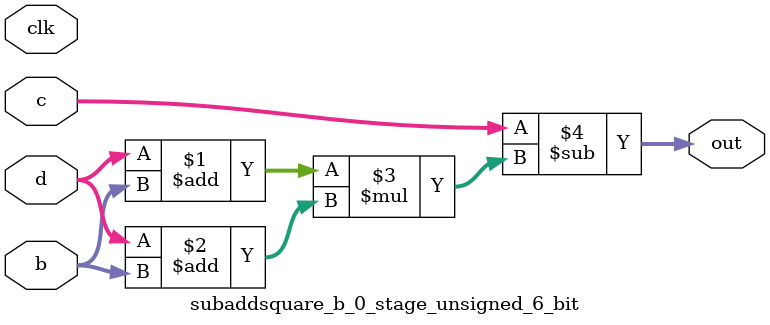
<source format=sv>
(* use_dsp = "yes" *) module subaddsquare_b_0_stage_unsigned_6_bit(
	input  [5:0] b,
	input  [5:0] c,
	input  [5:0] d,
	output [5:0] out,
	input clk);

	assign out = c - ((d + b) * (d + b));
endmodule

</source>
